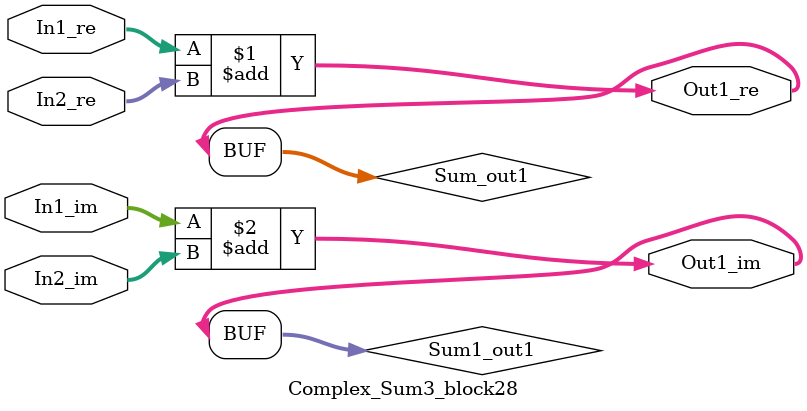
<source format=v>



`timescale 1 ns / 1 ns

module Complex_Sum3_block28
          (In1_re,
           In1_im,
           In2_re,
           In2_im,
           Out1_re,
           Out1_im);


  input   signed [36:0] In1_re;  // sfix37_En22
  input   signed [36:0] In1_im;  // sfix37_En22
  input   signed [36:0] In2_re;  // sfix37_En22
  input   signed [36:0] In2_im;  // sfix37_En22
  output  signed [36:0] Out1_re;  // sfix37_En22
  output  signed [36:0] Out1_im;  // sfix37_En22


  wire signed [36:0] Sum_out1;  // sfix37_En22
  wire signed [36:0] Sum1_out1;  // sfix37_En22


  assign Sum_out1 = In1_re + In2_re;



  assign Out1_re = Sum_out1;

  assign Sum1_out1 = In1_im + In2_im;



  assign Out1_im = Sum1_out1;

endmodule  // Complex_Sum3_block28


</source>
